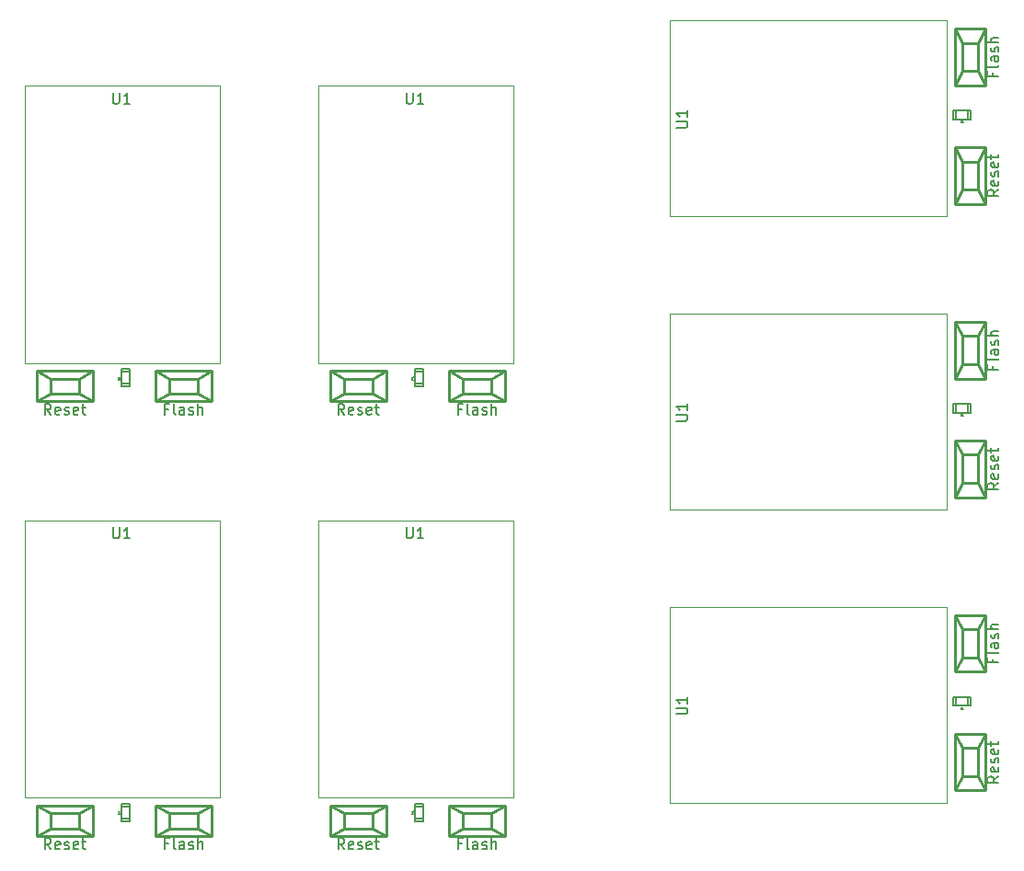
<source format=gto>
G04 #@! TF.GenerationSoftware,KiCad,Pcbnew,no-vcs-found-91ed3e2~59~ubuntu16.04.1*
G04 #@! TF.CreationDate,2018-01-11T15:10:50+01:00*
G04 #@! TF.ProjectId,ESP32-wroover-adapter-pan,45535033322D77726F6F7665722D6164,rev?*
G04 #@! TF.SameCoordinates,Original*
G04 #@! TF.FileFunction,Legend,Top*
G04 #@! TF.FilePolarity,Positive*
%FSLAX46Y46*%
G04 Gerber Fmt 4.6, Leading zero omitted, Abs format (unit mm)*
G04 Created by KiCad (PCBNEW no-vcs-found-91ed3e2~59~ubuntu16.04.1) date Thu Jan 11 15:10:50 2018*
%MOMM*%
%LPD*%
G01*
G04 APERTURE LIST*
%ADD10C,0.200000*%
%ADD11C,0.050000*%
%ADD12C,0.254000*%
%ADD13C,0.127000*%
%ADD14C,0.150000*%
%ADD15C,0.040640*%
G04 APERTURE END LIST*
D10*
X145428571Y-75952571D02*
X145428571Y-76285904D01*
X145952380Y-76285904D02*
X144952380Y-76285904D01*
X144952380Y-75809714D01*
X145952380Y-75285904D02*
X145904761Y-75381142D01*
X145809523Y-75428761D01*
X144952380Y-75428761D01*
X145952380Y-74476380D02*
X145428571Y-74476380D01*
X145333333Y-74524000D01*
X145285714Y-74619238D01*
X145285714Y-74809714D01*
X145333333Y-74904952D01*
X145904761Y-74476380D02*
X145952380Y-74571619D01*
X145952380Y-74809714D01*
X145904761Y-74904952D01*
X145809523Y-74952571D01*
X145714285Y-74952571D01*
X145619047Y-74904952D01*
X145571428Y-74809714D01*
X145571428Y-74571619D01*
X145523809Y-74476380D01*
X145904761Y-74047809D02*
X145952380Y-73952571D01*
X145952380Y-73762095D01*
X145904761Y-73666857D01*
X145809523Y-73619238D01*
X145761904Y-73619238D01*
X145666666Y-73666857D01*
X145619047Y-73762095D01*
X145619047Y-73904952D01*
X145571428Y-74000190D01*
X145476190Y-74047809D01*
X145428571Y-74047809D01*
X145333333Y-74000190D01*
X145285714Y-73904952D01*
X145285714Y-73762095D01*
X145333333Y-73666857D01*
X145952380Y-73190666D02*
X144952380Y-73190666D01*
X145952380Y-72762095D02*
X145428571Y-72762095D01*
X145333333Y-72809714D01*
X145285714Y-72904952D01*
X145285714Y-73047809D01*
X145333333Y-73143047D01*
X145380952Y-73190666D01*
X145952380Y-86738095D02*
X145476190Y-87071428D01*
X145952380Y-87309523D02*
X144952380Y-87309523D01*
X144952380Y-86928571D01*
X145000000Y-86833333D01*
X145047619Y-86785714D01*
X145142857Y-86738095D01*
X145285714Y-86738095D01*
X145380952Y-86785714D01*
X145428571Y-86833333D01*
X145476190Y-86928571D01*
X145476190Y-87309523D01*
X145904761Y-85928571D02*
X145952380Y-86023809D01*
X145952380Y-86214285D01*
X145904761Y-86309523D01*
X145809523Y-86357142D01*
X145428571Y-86357142D01*
X145333333Y-86309523D01*
X145285714Y-86214285D01*
X145285714Y-86023809D01*
X145333333Y-85928571D01*
X145428571Y-85880952D01*
X145523809Y-85880952D01*
X145619047Y-86357142D01*
X145904761Y-85500000D02*
X145952380Y-85404761D01*
X145952380Y-85214285D01*
X145904761Y-85119047D01*
X145809523Y-85071428D01*
X145761904Y-85071428D01*
X145666666Y-85119047D01*
X145619047Y-85214285D01*
X145619047Y-85357142D01*
X145571428Y-85452380D01*
X145476190Y-85500000D01*
X145428571Y-85500000D01*
X145333333Y-85452380D01*
X145285714Y-85357142D01*
X145285714Y-85214285D01*
X145333333Y-85119047D01*
X145904761Y-84261904D02*
X145952380Y-84357142D01*
X145952380Y-84547619D01*
X145904761Y-84642857D01*
X145809523Y-84690476D01*
X145428571Y-84690476D01*
X145333333Y-84642857D01*
X145285714Y-84547619D01*
X145285714Y-84357142D01*
X145333333Y-84261904D01*
X145428571Y-84214285D01*
X145523809Y-84214285D01*
X145619047Y-84690476D01*
X145285714Y-83928571D02*
X145285714Y-83547619D01*
X144952380Y-83785714D02*
X145809523Y-83785714D01*
X145904761Y-83738095D01*
X145952380Y-83642857D01*
X145952380Y-83547619D01*
X145952380Y-113738095D02*
X145476190Y-114071428D01*
X145952380Y-114309523D02*
X144952380Y-114309523D01*
X144952380Y-113928571D01*
X145000000Y-113833333D01*
X145047619Y-113785714D01*
X145142857Y-113738095D01*
X145285714Y-113738095D01*
X145380952Y-113785714D01*
X145428571Y-113833333D01*
X145476190Y-113928571D01*
X145476190Y-114309523D01*
X145904761Y-112928571D02*
X145952380Y-113023809D01*
X145952380Y-113214285D01*
X145904761Y-113309523D01*
X145809523Y-113357142D01*
X145428571Y-113357142D01*
X145333333Y-113309523D01*
X145285714Y-113214285D01*
X145285714Y-113023809D01*
X145333333Y-112928571D01*
X145428571Y-112880952D01*
X145523809Y-112880952D01*
X145619047Y-113357142D01*
X145904761Y-112500000D02*
X145952380Y-112404761D01*
X145952380Y-112214285D01*
X145904761Y-112119047D01*
X145809523Y-112071428D01*
X145761904Y-112071428D01*
X145666666Y-112119047D01*
X145619047Y-112214285D01*
X145619047Y-112357142D01*
X145571428Y-112452380D01*
X145476190Y-112500000D01*
X145428571Y-112500000D01*
X145333333Y-112452380D01*
X145285714Y-112357142D01*
X145285714Y-112214285D01*
X145333333Y-112119047D01*
X145904761Y-111261904D02*
X145952380Y-111357142D01*
X145952380Y-111547619D01*
X145904761Y-111642857D01*
X145809523Y-111690476D01*
X145428571Y-111690476D01*
X145333333Y-111642857D01*
X145285714Y-111547619D01*
X145285714Y-111357142D01*
X145333333Y-111261904D01*
X145428571Y-111214285D01*
X145523809Y-111214285D01*
X145619047Y-111690476D01*
X145285714Y-110928571D02*
X145285714Y-110547619D01*
X144952380Y-110785714D02*
X145809523Y-110785714D01*
X145904761Y-110738095D01*
X145952380Y-110642857D01*
X145952380Y-110547619D01*
X145428571Y-102952571D02*
X145428571Y-103285904D01*
X145952380Y-103285904D02*
X144952380Y-103285904D01*
X144952380Y-102809714D01*
X145952380Y-102285904D02*
X145904761Y-102381142D01*
X145809523Y-102428761D01*
X144952380Y-102428761D01*
X145952380Y-101476380D02*
X145428571Y-101476380D01*
X145333333Y-101524000D01*
X145285714Y-101619238D01*
X145285714Y-101809714D01*
X145333333Y-101904952D01*
X145904761Y-101476380D02*
X145952380Y-101571619D01*
X145952380Y-101809714D01*
X145904761Y-101904952D01*
X145809523Y-101952571D01*
X145714285Y-101952571D01*
X145619047Y-101904952D01*
X145571428Y-101809714D01*
X145571428Y-101571619D01*
X145523809Y-101476380D01*
X145904761Y-101047809D02*
X145952380Y-100952571D01*
X145952380Y-100762095D01*
X145904761Y-100666857D01*
X145809523Y-100619238D01*
X145761904Y-100619238D01*
X145666666Y-100666857D01*
X145619047Y-100762095D01*
X145619047Y-100904952D01*
X145571428Y-101000190D01*
X145476190Y-101047809D01*
X145428571Y-101047809D01*
X145333333Y-101000190D01*
X145285714Y-100904952D01*
X145285714Y-100762095D01*
X145333333Y-100666857D01*
X145952380Y-100190666D02*
X144952380Y-100190666D01*
X145952380Y-99762095D02*
X145428571Y-99762095D01*
X145333333Y-99809714D01*
X145285714Y-99904952D01*
X145285714Y-100047809D01*
X145333333Y-100143047D01*
X145380952Y-100190666D01*
X145428571Y-129952571D02*
X145428571Y-130285904D01*
X145952380Y-130285904D02*
X144952380Y-130285904D01*
X144952380Y-129809714D01*
X145952380Y-129285904D02*
X145904761Y-129381142D01*
X145809523Y-129428761D01*
X144952380Y-129428761D01*
X145952380Y-128476380D02*
X145428571Y-128476380D01*
X145333333Y-128524000D01*
X145285714Y-128619238D01*
X145285714Y-128809714D01*
X145333333Y-128904952D01*
X145904761Y-128476380D02*
X145952380Y-128571619D01*
X145952380Y-128809714D01*
X145904761Y-128904952D01*
X145809523Y-128952571D01*
X145714285Y-128952571D01*
X145619047Y-128904952D01*
X145571428Y-128809714D01*
X145571428Y-128571619D01*
X145523809Y-128476380D01*
X145904761Y-128047809D02*
X145952380Y-127952571D01*
X145952380Y-127762095D01*
X145904761Y-127666857D01*
X145809523Y-127619238D01*
X145761904Y-127619238D01*
X145666666Y-127666857D01*
X145619047Y-127762095D01*
X145619047Y-127904952D01*
X145571428Y-128000190D01*
X145476190Y-128047809D01*
X145428571Y-128047809D01*
X145333333Y-128000190D01*
X145285714Y-127904952D01*
X145285714Y-127762095D01*
X145333333Y-127666857D01*
X145952380Y-127190666D02*
X144952380Y-127190666D01*
X145952380Y-126762095D02*
X145428571Y-126762095D01*
X145333333Y-126809714D01*
X145285714Y-126904952D01*
X145285714Y-127047809D01*
X145333333Y-127143047D01*
X145380952Y-127190666D01*
X145952380Y-140738095D02*
X145476190Y-141071428D01*
X145952380Y-141309523D02*
X144952380Y-141309523D01*
X144952380Y-140928571D01*
X145000000Y-140833333D01*
X145047619Y-140785714D01*
X145142857Y-140738095D01*
X145285714Y-140738095D01*
X145380952Y-140785714D01*
X145428571Y-140833333D01*
X145476190Y-140928571D01*
X145476190Y-141309523D01*
X145904761Y-139928571D02*
X145952380Y-140023809D01*
X145952380Y-140214285D01*
X145904761Y-140309523D01*
X145809523Y-140357142D01*
X145428571Y-140357142D01*
X145333333Y-140309523D01*
X145285714Y-140214285D01*
X145285714Y-140023809D01*
X145333333Y-139928571D01*
X145428571Y-139880952D01*
X145523809Y-139880952D01*
X145619047Y-140357142D01*
X145904761Y-139500000D02*
X145952380Y-139404761D01*
X145952380Y-139214285D01*
X145904761Y-139119047D01*
X145809523Y-139071428D01*
X145761904Y-139071428D01*
X145666666Y-139119047D01*
X145619047Y-139214285D01*
X145619047Y-139357142D01*
X145571428Y-139452380D01*
X145476190Y-139500000D01*
X145428571Y-139500000D01*
X145333333Y-139452380D01*
X145285714Y-139357142D01*
X145285714Y-139214285D01*
X145333333Y-139119047D01*
X145904761Y-138261904D02*
X145952380Y-138357142D01*
X145952380Y-138547619D01*
X145904761Y-138642857D01*
X145809523Y-138690476D01*
X145428571Y-138690476D01*
X145333333Y-138642857D01*
X145285714Y-138547619D01*
X145285714Y-138357142D01*
X145333333Y-138261904D01*
X145428571Y-138214285D01*
X145523809Y-138214285D01*
X145619047Y-138690476D01*
X145285714Y-137928571D02*
X145285714Y-137547619D01*
X144952380Y-137785714D02*
X145809523Y-137785714D01*
X145904761Y-137738095D01*
X145952380Y-137642857D01*
X145952380Y-137547619D01*
X69547428Y-106928571D02*
X69214095Y-106928571D01*
X69214095Y-107452380D02*
X69214095Y-106452380D01*
X69690285Y-106452380D01*
X70214095Y-107452380D02*
X70118857Y-107404761D01*
X70071238Y-107309523D01*
X70071238Y-106452380D01*
X71023619Y-107452380D02*
X71023619Y-106928571D01*
X70976000Y-106833333D01*
X70880761Y-106785714D01*
X70690285Y-106785714D01*
X70595047Y-106833333D01*
X71023619Y-107404761D02*
X70928380Y-107452380D01*
X70690285Y-107452380D01*
X70595047Y-107404761D01*
X70547428Y-107309523D01*
X70547428Y-107214285D01*
X70595047Y-107119047D01*
X70690285Y-107071428D01*
X70928380Y-107071428D01*
X71023619Y-107023809D01*
X71452190Y-107404761D02*
X71547428Y-107452380D01*
X71737904Y-107452380D01*
X71833142Y-107404761D01*
X71880761Y-107309523D01*
X71880761Y-107261904D01*
X71833142Y-107166666D01*
X71737904Y-107119047D01*
X71595047Y-107119047D01*
X71499809Y-107071428D01*
X71452190Y-106976190D01*
X71452190Y-106928571D01*
X71499809Y-106833333D01*
X71595047Y-106785714D01*
X71737904Y-106785714D01*
X71833142Y-106833333D01*
X72309333Y-107452380D02*
X72309333Y-106452380D01*
X72737904Y-107452380D02*
X72737904Y-106928571D01*
X72690285Y-106833333D01*
X72595047Y-106785714D01*
X72452190Y-106785714D01*
X72356952Y-106833333D01*
X72309333Y-106880952D01*
X58761904Y-107452380D02*
X58428571Y-106976190D01*
X58190476Y-107452380D02*
X58190476Y-106452380D01*
X58571428Y-106452380D01*
X58666666Y-106500000D01*
X58714285Y-106547619D01*
X58761904Y-106642857D01*
X58761904Y-106785714D01*
X58714285Y-106880952D01*
X58666666Y-106928571D01*
X58571428Y-106976190D01*
X58190476Y-106976190D01*
X59571428Y-107404761D02*
X59476190Y-107452380D01*
X59285714Y-107452380D01*
X59190476Y-107404761D01*
X59142857Y-107309523D01*
X59142857Y-106928571D01*
X59190476Y-106833333D01*
X59285714Y-106785714D01*
X59476190Y-106785714D01*
X59571428Y-106833333D01*
X59619047Y-106928571D01*
X59619047Y-107023809D01*
X59142857Y-107119047D01*
X60000000Y-107404761D02*
X60095238Y-107452380D01*
X60285714Y-107452380D01*
X60380952Y-107404761D01*
X60428571Y-107309523D01*
X60428571Y-107261904D01*
X60380952Y-107166666D01*
X60285714Y-107119047D01*
X60142857Y-107119047D01*
X60047619Y-107071428D01*
X60000000Y-106976190D01*
X60000000Y-106928571D01*
X60047619Y-106833333D01*
X60142857Y-106785714D01*
X60285714Y-106785714D01*
X60380952Y-106833333D01*
X61238095Y-107404761D02*
X61142857Y-107452380D01*
X60952380Y-107452380D01*
X60857142Y-107404761D01*
X60809523Y-107309523D01*
X60809523Y-106928571D01*
X60857142Y-106833333D01*
X60952380Y-106785714D01*
X61142857Y-106785714D01*
X61238095Y-106833333D01*
X61285714Y-106928571D01*
X61285714Y-107023809D01*
X60809523Y-107119047D01*
X61571428Y-106785714D02*
X61952380Y-106785714D01*
X61714285Y-106452380D02*
X61714285Y-107309523D01*
X61761904Y-107404761D01*
X61857142Y-107452380D01*
X61952380Y-107452380D01*
X85761904Y-107452380D02*
X85428571Y-106976190D01*
X85190476Y-107452380D02*
X85190476Y-106452380D01*
X85571428Y-106452380D01*
X85666666Y-106500000D01*
X85714285Y-106547619D01*
X85761904Y-106642857D01*
X85761904Y-106785714D01*
X85714285Y-106880952D01*
X85666666Y-106928571D01*
X85571428Y-106976190D01*
X85190476Y-106976190D01*
X86571428Y-107404761D02*
X86476190Y-107452380D01*
X86285714Y-107452380D01*
X86190476Y-107404761D01*
X86142857Y-107309523D01*
X86142857Y-106928571D01*
X86190476Y-106833333D01*
X86285714Y-106785714D01*
X86476190Y-106785714D01*
X86571428Y-106833333D01*
X86619047Y-106928571D01*
X86619047Y-107023809D01*
X86142857Y-107119047D01*
X87000000Y-107404761D02*
X87095238Y-107452380D01*
X87285714Y-107452380D01*
X87380952Y-107404761D01*
X87428571Y-107309523D01*
X87428571Y-107261904D01*
X87380952Y-107166666D01*
X87285714Y-107119047D01*
X87142857Y-107119047D01*
X87047619Y-107071428D01*
X87000000Y-106976190D01*
X87000000Y-106928571D01*
X87047619Y-106833333D01*
X87142857Y-106785714D01*
X87285714Y-106785714D01*
X87380952Y-106833333D01*
X88238095Y-107404761D02*
X88142857Y-107452380D01*
X87952380Y-107452380D01*
X87857142Y-107404761D01*
X87809523Y-107309523D01*
X87809523Y-106928571D01*
X87857142Y-106833333D01*
X87952380Y-106785714D01*
X88142857Y-106785714D01*
X88238095Y-106833333D01*
X88285714Y-106928571D01*
X88285714Y-107023809D01*
X87809523Y-107119047D01*
X88571428Y-106785714D02*
X88952380Y-106785714D01*
X88714285Y-106452380D02*
X88714285Y-107309523D01*
X88761904Y-107404761D01*
X88857142Y-107452380D01*
X88952380Y-107452380D01*
X96547428Y-106928571D02*
X96214095Y-106928571D01*
X96214095Y-107452380D02*
X96214095Y-106452380D01*
X96690285Y-106452380D01*
X97214095Y-107452380D02*
X97118857Y-107404761D01*
X97071238Y-107309523D01*
X97071238Y-106452380D01*
X98023619Y-107452380D02*
X98023619Y-106928571D01*
X97976000Y-106833333D01*
X97880761Y-106785714D01*
X97690285Y-106785714D01*
X97595047Y-106833333D01*
X98023619Y-107404761D02*
X97928380Y-107452380D01*
X97690285Y-107452380D01*
X97595047Y-107404761D01*
X97547428Y-107309523D01*
X97547428Y-107214285D01*
X97595047Y-107119047D01*
X97690285Y-107071428D01*
X97928380Y-107071428D01*
X98023619Y-107023809D01*
X98452190Y-107404761D02*
X98547428Y-107452380D01*
X98737904Y-107452380D01*
X98833142Y-107404761D01*
X98880761Y-107309523D01*
X98880761Y-107261904D01*
X98833142Y-107166666D01*
X98737904Y-107119047D01*
X98595047Y-107119047D01*
X98499809Y-107071428D01*
X98452190Y-106976190D01*
X98452190Y-106928571D01*
X98499809Y-106833333D01*
X98595047Y-106785714D01*
X98737904Y-106785714D01*
X98833142Y-106833333D01*
X99309333Y-107452380D02*
X99309333Y-106452380D01*
X99737904Y-107452380D02*
X99737904Y-106928571D01*
X99690285Y-106833333D01*
X99595047Y-106785714D01*
X99452190Y-106785714D01*
X99356952Y-106833333D01*
X99309333Y-106880952D01*
X69547428Y-146928571D02*
X69214095Y-146928571D01*
X69214095Y-147452380D02*
X69214095Y-146452380D01*
X69690285Y-146452380D01*
X70214095Y-147452380D02*
X70118857Y-147404761D01*
X70071238Y-147309523D01*
X70071238Y-146452380D01*
X71023619Y-147452380D02*
X71023619Y-146928571D01*
X70976000Y-146833333D01*
X70880761Y-146785714D01*
X70690285Y-146785714D01*
X70595047Y-146833333D01*
X71023619Y-147404761D02*
X70928380Y-147452380D01*
X70690285Y-147452380D01*
X70595047Y-147404761D01*
X70547428Y-147309523D01*
X70547428Y-147214285D01*
X70595047Y-147119047D01*
X70690285Y-147071428D01*
X70928380Y-147071428D01*
X71023619Y-147023809D01*
X71452190Y-147404761D02*
X71547428Y-147452380D01*
X71737904Y-147452380D01*
X71833142Y-147404761D01*
X71880761Y-147309523D01*
X71880761Y-147261904D01*
X71833142Y-147166666D01*
X71737904Y-147119047D01*
X71595047Y-147119047D01*
X71499809Y-147071428D01*
X71452190Y-146976190D01*
X71452190Y-146928571D01*
X71499809Y-146833333D01*
X71595047Y-146785714D01*
X71737904Y-146785714D01*
X71833142Y-146833333D01*
X72309333Y-147452380D02*
X72309333Y-146452380D01*
X72737904Y-147452380D02*
X72737904Y-146928571D01*
X72690285Y-146833333D01*
X72595047Y-146785714D01*
X72452190Y-146785714D01*
X72356952Y-146833333D01*
X72309333Y-146880952D01*
X58761904Y-147452380D02*
X58428571Y-146976190D01*
X58190476Y-147452380D02*
X58190476Y-146452380D01*
X58571428Y-146452380D01*
X58666666Y-146500000D01*
X58714285Y-146547619D01*
X58761904Y-146642857D01*
X58761904Y-146785714D01*
X58714285Y-146880952D01*
X58666666Y-146928571D01*
X58571428Y-146976190D01*
X58190476Y-146976190D01*
X59571428Y-147404761D02*
X59476190Y-147452380D01*
X59285714Y-147452380D01*
X59190476Y-147404761D01*
X59142857Y-147309523D01*
X59142857Y-146928571D01*
X59190476Y-146833333D01*
X59285714Y-146785714D01*
X59476190Y-146785714D01*
X59571428Y-146833333D01*
X59619047Y-146928571D01*
X59619047Y-147023809D01*
X59142857Y-147119047D01*
X60000000Y-147404761D02*
X60095238Y-147452380D01*
X60285714Y-147452380D01*
X60380952Y-147404761D01*
X60428571Y-147309523D01*
X60428571Y-147261904D01*
X60380952Y-147166666D01*
X60285714Y-147119047D01*
X60142857Y-147119047D01*
X60047619Y-147071428D01*
X60000000Y-146976190D01*
X60000000Y-146928571D01*
X60047619Y-146833333D01*
X60142857Y-146785714D01*
X60285714Y-146785714D01*
X60380952Y-146833333D01*
X61238095Y-147404761D02*
X61142857Y-147452380D01*
X60952380Y-147452380D01*
X60857142Y-147404761D01*
X60809523Y-147309523D01*
X60809523Y-146928571D01*
X60857142Y-146833333D01*
X60952380Y-146785714D01*
X61142857Y-146785714D01*
X61238095Y-146833333D01*
X61285714Y-146928571D01*
X61285714Y-147023809D01*
X60809523Y-147119047D01*
X61571428Y-146785714D02*
X61952380Y-146785714D01*
X61714285Y-146452380D02*
X61714285Y-147309523D01*
X61761904Y-147404761D01*
X61857142Y-147452380D01*
X61952380Y-147452380D01*
X85761904Y-147452380D02*
X85428571Y-146976190D01*
X85190476Y-147452380D02*
X85190476Y-146452380D01*
X85571428Y-146452380D01*
X85666666Y-146500000D01*
X85714285Y-146547619D01*
X85761904Y-146642857D01*
X85761904Y-146785714D01*
X85714285Y-146880952D01*
X85666666Y-146928571D01*
X85571428Y-146976190D01*
X85190476Y-146976190D01*
X86571428Y-147404761D02*
X86476190Y-147452380D01*
X86285714Y-147452380D01*
X86190476Y-147404761D01*
X86142857Y-147309523D01*
X86142857Y-146928571D01*
X86190476Y-146833333D01*
X86285714Y-146785714D01*
X86476190Y-146785714D01*
X86571428Y-146833333D01*
X86619047Y-146928571D01*
X86619047Y-147023809D01*
X86142857Y-147119047D01*
X87000000Y-147404761D02*
X87095238Y-147452380D01*
X87285714Y-147452380D01*
X87380952Y-147404761D01*
X87428571Y-147309523D01*
X87428571Y-147261904D01*
X87380952Y-147166666D01*
X87285714Y-147119047D01*
X87142857Y-147119047D01*
X87047619Y-147071428D01*
X87000000Y-146976190D01*
X87000000Y-146928571D01*
X87047619Y-146833333D01*
X87142857Y-146785714D01*
X87285714Y-146785714D01*
X87380952Y-146833333D01*
X88238095Y-147404761D02*
X88142857Y-147452380D01*
X87952380Y-147452380D01*
X87857142Y-147404761D01*
X87809523Y-147309523D01*
X87809523Y-146928571D01*
X87857142Y-146833333D01*
X87952380Y-146785714D01*
X88142857Y-146785714D01*
X88238095Y-146833333D01*
X88285714Y-146928571D01*
X88285714Y-147023809D01*
X87809523Y-147119047D01*
X88571428Y-146785714D02*
X88952380Y-146785714D01*
X88714285Y-146452380D02*
X88714285Y-147309523D01*
X88761904Y-147404761D01*
X88857142Y-147452380D01*
X88952380Y-147452380D01*
X96547428Y-146928571D02*
X96214095Y-146928571D01*
X96214095Y-147452380D02*
X96214095Y-146452380D01*
X96690285Y-146452380D01*
X97214095Y-147452380D02*
X97118857Y-147404761D01*
X97071238Y-147309523D01*
X97071238Y-146452380D01*
X98023619Y-147452380D02*
X98023619Y-146928571D01*
X97976000Y-146833333D01*
X97880761Y-146785714D01*
X97690285Y-146785714D01*
X97595047Y-146833333D01*
X98023619Y-147404761D02*
X97928380Y-147452380D01*
X97690285Y-147452380D01*
X97595047Y-147404761D01*
X97547428Y-147309523D01*
X97547428Y-147214285D01*
X97595047Y-147119047D01*
X97690285Y-147071428D01*
X97928380Y-147071428D01*
X98023619Y-147023809D01*
X98452190Y-147404761D02*
X98547428Y-147452380D01*
X98737904Y-147452380D01*
X98833142Y-147404761D01*
X98880761Y-147309523D01*
X98880761Y-147261904D01*
X98833142Y-147166666D01*
X98737904Y-147119047D01*
X98595047Y-147119047D01*
X98499809Y-147071428D01*
X98452190Y-146976190D01*
X98452190Y-146928571D01*
X98499809Y-146833333D01*
X98595047Y-146785714D01*
X98737904Y-146785714D01*
X98833142Y-146833333D01*
X99309333Y-147452380D02*
X99309333Y-146452380D01*
X99737904Y-147452380D02*
X99737904Y-146928571D01*
X99690285Y-146833333D01*
X99595047Y-146785714D01*
X99452190Y-146785714D01*
X99356952Y-146833333D01*
X99309333Y-146880952D01*
D11*
X141206000Y-89161000D02*
X115676000Y-89161000D01*
X115676000Y-89161000D02*
X115676000Y-71161000D01*
X115676000Y-71161000D02*
X141206000Y-71161000D01*
X141206000Y-71161000D02*
X141206000Y-89161000D01*
D12*
X144035040Y-86746480D02*
X142632960Y-86746480D01*
X144035040Y-84145520D02*
X144035040Y-86746480D01*
X142632960Y-84145520D02*
X144035040Y-84145520D01*
X142632960Y-86746480D02*
X142632960Y-84145520D01*
X144733540Y-88046960D02*
X141934460Y-88046960D01*
X144733540Y-82845040D02*
X144733540Y-88046960D01*
X141934460Y-82845040D02*
X144733540Y-82845040D01*
X141934460Y-88046960D02*
X141934460Y-82845040D01*
X141934460Y-88046960D02*
X142632960Y-86746480D01*
X144035040Y-86746480D02*
X144733540Y-88046960D01*
X144035040Y-84145520D02*
X144733540Y-82845040D01*
X142632960Y-84145520D02*
X141934460Y-82845040D01*
X144035040Y-75824480D02*
X142632960Y-75824480D01*
X144035040Y-73223520D02*
X144035040Y-75824480D01*
X142632960Y-73223520D02*
X144035040Y-73223520D01*
X142632960Y-75824480D02*
X142632960Y-73223520D01*
X144733540Y-77124960D02*
X141934460Y-77124960D01*
X144733540Y-71923040D02*
X144733540Y-77124960D01*
X141934460Y-71923040D02*
X144733540Y-71923040D01*
X141934460Y-77124960D02*
X141934460Y-71923040D01*
X141934460Y-77124960D02*
X142632960Y-75824480D01*
X144035040Y-75824480D02*
X144733540Y-77124960D01*
X144035040Y-73223520D02*
X144733540Y-71923040D01*
X142632960Y-73223520D02*
X141934460Y-71923040D01*
D13*
X142013200Y-79451600D02*
X142013200Y-80264400D01*
X143130800Y-80239000D02*
X143130800Y-79451600D01*
X143384800Y-80264400D02*
X141759200Y-80264400D01*
X141759200Y-80264400D02*
X141759200Y-79451600D01*
X141759200Y-79451600D02*
X143384800Y-79451600D01*
X143384800Y-79451600D02*
X143384800Y-80264400D01*
X143384800Y-106451600D02*
X143384800Y-107264400D01*
X141759200Y-106451600D02*
X143384800Y-106451600D01*
X141759200Y-107264400D02*
X141759200Y-106451600D01*
X143384800Y-107264400D02*
X141759200Y-107264400D01*
X143130800Y-107239000D02*
X143130800Y-106451600D01*
X142013200Y-106451600D02*
X142013200Y-107264400D01*
D12*
X142632960Y-100223520D02*
X141934460Y-98923040D01*
X144035040Y-100223520D02*
X144733540Y-98923040D01*
X144035040Y-102824480D02*
X144733540Y-104124960D01*
X141934460Y-104124960D02*
X142632960Y-102824480D01*
X141934460Y-104124960D02*
X141934460Y-98923040D01*
X141934460Y-98923040D02*
X144733540Y-98923040D01*
X144733540Y-98923040D02*
X144733540Y-104124960D01*
X144733540Y-104124960D02*
X141934460Y-104124960D01*
X142632960Y-102824480D02*
X142632960Y-100223520D01*
X142632960Y-100223520D02*
X144035040Y-100223520D01*
X144035040Y-100223520D02*
X144035040Y-102824480D01*
X144035040Y-102824480D02*
X142632960Y-102824480D01*
X142632960Y-111145520D02*
X141934460Y-109845040D01*
X144035040Y-111145520D02*
X144733540Y-109845040D01*
X144035040Y-113746480D02*
X144733540Y-115046960D01*
X141934460Y-115046960D02*
X142632960Y-113746480D01*
X141934460Y-115046960D02*
X141934460Y-109845040D01*
X141934460Y-109845040D02*
X144733540Y-109845040D01*
X144733540Y-109845040D02*
X144733540Y-115046960D01*
X144733540Y-115046960D02*
X141934460Y-115046960D01*
X142632960Y-113746480D02*
X142632960Y-111145520D01*
X142632960Y-111145520D02*
X144035040Y-111145520D01*
X144035040Y-111145520D02*
X144035040Y-113746480D01*
X144035040Y-113746480D02*
X142632960Y-113746480D01*
D11*
X141206000Y-98161000D02*
X141206000Y-116161000D01*
X115676000Y-98161000D02*
X141206000Y-98161000D01*
X115676000Y-116161000D02*
X115676000Y-98161000D01*
X141206000Y-116161000D02*
X115676000Y-116161000D01*
X141206000Y-143161000D02*
X115676000Y-143161000D01*
X115676000Y-143161000D02*
X115676000Y-125161000D01*
X115676000Y-125161000D02*
X141206000Y-125161000D01*
X141206000Y-125161000D02*
X141206000Y-143161000D01*
D12*
X144035040Y-140746480D02*
X142632960Y-140746480D01*
X144035040Y-138145520D02*
X144035040Y-140746480D01*
X142632960Y-138145520D02*
X144035040Y-138145520D01*
X142632960Y-140746480D02*
X142632960Y-138145520D01*
X144733540Y-142046960D02*
X141934460Y-142046960D01*
X144733540Y-136845040D02*
X144733540Y-142046960D01*
X141934460Y-136845040D02*
X144733540Y-136845040D01*
X141934460Y-142046960D02*
X141934460Y-136845040D01*
X141934460Y-142046960D02*
X142632960Y-140746480D01*
X144035040Y-140746480D02*
X144733540Y-142046960D01*
X144035040Y-138145520D02*
X144733540Y-136845040D01*
X142632960Y-138145520D02*
X141934460Y-136845040D01*
X144035040Y-129824480D02*
X142632960Y-129824480D01*
X144035040Y-127223520D02*
X144035040Y-129824480D01*
X142632960Y-127223520D02*
X144035040Y-127223520D01*
X142632960Y-129824480D02*
X142632960Y-127223520D01*
X144733540Y-131124960D02*
X141934460Y-131124960D01*
X144733540Y-125923040D02*
X144733540Y-131124960D01*
X141934460Y-125923040D02*
X144733540Y-125923040D01*
X141934460Y-131124960D02*
X141934460Y-125923040D01*
X141934460Y-131124960D02*
X142632960Y-129824480D01*
X144035040Y-129824480D02*
X144733540Y-131124960D01*
X144035040Y-127223520D02*
X144733540Y-125923040D01*
X142632960Y-127223520D02*
X141934460Y-125923040D01*
D13*
X142013200Y-133451600D02*
X142013200Y-134264400D01*
X143130800Y-134239000D02*
X143130800Y-133451600D01*
X143384800Y-134264400D02*
X141759200Y-134264400D01*
X141759200Y-134264400D02*
X141759200Y-133451600D01*
X141759200Y-133451600D02*
X143384800Y-133451600D01*
X143384800Y-133451600D02*
X143384800Y-134264400D01*
D11*
X56339000Y-102706000D02*
X56339000Y-77176000D01*
X56339000Y-77176000D02*
X74339000Y-77176000D01*
X74339000Y-77176000D02*
X74339000Y-102706000D01*
X74339000Y-102706000D02*
X56339000Y-102706000D01*
D12*
X58753520Y-105535040D02*
X58753520Y-104132960D01*
X61354480Y-105535040D02*
X58753520Y-105535040D01*
X61354480Y-104132960D02*
X61354480Y-105535040D01*
X58753520Y-104132960D02*
X61354480Y-104132960D01*
X57453040Y-106233540D02*
X57453040Y-103434460D01*
X62654960Y-106233540D02*
X57453040Y-106233540D01*
X62654960Y-103434460D02*
X62654960Y-106233540D01*
X57453040Y-103434460D02*
X62654960Y-103434460D01*
X57453040Y-103434460D02*
X58753520Y-104132960D01*
X58753520Y-105535040D02*
X57453040Y-106233540D01*
X61354480Y-105535040D02*
X62654960Y-106233540D01*
X61354480Y-104132960D02*
X62654960Y-103434460D01*
X69675520Y-105535040D02*
X69675520Y-104132960D01*
X72276480Y-105535040D02*
X69675520Y-105535040D01*
X72276480Y-104132960D02*
X72276480Y-105535040D01*
X69675520Y-104132960D02*
X72276480Y-104132960D01*
X68375040Y-106233540D02*
X68375040Y-103434460D01*
X73576960Y-106233540D02*
X68375040Y-106233540D01*
X73576960Y-103434460D02*
X73576960Y-106233540D01*
X68375040Y-103434460D02*
X73576960Y-103434460D01*
X68375040Y-103434460D02*
X69675520Y-104132960D01*
X69675520Y-105535040D02*
X68375040Y-106233540D01*
X72276480Y-105535040D02*
X73576960Y-106233540D01*
X72276480Y-104132960D02*
X73576960Y-103434460D01*
D13*
X66048400Y-103513200D02*
X65235600Y-103513200D01*
X65261000Y-104630800D02*
X66048400Y-104630800D01*
X65235600Y-104884800D02*
X65235600Y-103259200D01*
X65235600Y-103259200D02*
X66048400Y-103259200D01*
X66048400Y-103259200D02*
X66048400Y-104884800D01*
X66048400Y-104884800D02*
X65235600Y-104884800D01*
X93048400Y-104884800D02*
X92235600Y-104884800D01*
X93048400Y-103259200D02*
X93048400Y-104884800D01*
X92235600Y-103259200D02*
X93048400Y-103259200D01*
X92235600Y-104884800D02*
X92235600Y-103259200D01*
X92261000Y-104630800D02*
X93048400Y-104630800D01*
X93048400Y-103513200D02*
X92235600Y-103513200D01*
D12*
X99276480Y-104132960D02*
X100576960Y-103434460D01*
X99276480Y-105535040D02*
X100576960Y-106233540D01*
X96675520Y-105535040D02*
X95375040Y-106233540D01*
X95375040Y-103434460D02*
X96675520Y-104132960D01*
X95375040Y-103434460D02*
X100576960Y-103434460D01*
X100576960Y-103434460D02*
X100576960Y-106233540D01*
X100576960Y-106233540D02*
X95375040Y-106233540D01*
X95375040Y-106233540D02*
X95375040Y-103434460D01*
X96675520Y-104132960D02*
X99276480Y-104132960D01*
X99276480Y-104132960D02*
X99276480Y-105535040D01*
X99276480Y-105535040D02*
X96675520Y-105535040D01*
X96675520Y-105535040D02*
X96675520Y-104132960D01*
X88354480Y-104132960D02*
X89654960Y-103434460D01*
X88354480Y-105535040D02*
X89654960Y-106233540D01*
X85753520Y-105535040D02*
X84453040Y-106233540D01*
X84453040Y-103434460D02*
X85753520Y-104132960D01*
X84453040Y-103434460D02*
X89654960Y-103434460D01*
X89654960Y-103434460D02*
X89654960Y-106233540D01*
X89654960Y-106233540D02*
X84453040Y-106233540D01*
X84453040Y-106233540D02*
X84453040Y-103434460D01*
X85753520Y-104132960D02*
X88354480Y-104132960D01*
X88354480Y-104132960D02*
X88354480Y-105535040D01*
X88354480Y-105535040D02*
X85753520Y-105535040D01*
X85753520Y-105535040D02*
X85753520Y-104132960D01*
D11*
X101339000Y-102706000D02*
X83339000Y-102706000D01*
X101339000Y-77176000D02*
X101339000Y-102706000D01*
X83339000Y-77176000D02*
X101339000Y-77176000D01*
X83339000Y-102706000D02*
X83339000Y-77176000D01*
X56339000Y-142706000D02*
X56339000Y-117176000D01*
X56339000Y-117176000D02*
X74339000Y-117176000D01*
X74339000Y-117176000D02*
X74339000Y-142706000D01*
X74339000Y-142706000D02*
X56339000Y-142706000D01*
D12*
X58753520Y-145535040D02*
X58753520Y-144132960D01*
X61354480Y-145535040D02*
X58753520Y-145535040D01*
X61354480Y-144132960D02*
X61354480Y-145535040D01*
X58753520Y-144132960D02*
X61354480Y-144132960D01*
X57453040Y-146233540D02*
X57453040Y-143434460D01*
X62654960Y-146233540D02*
X57453040Y-146233540D01*
X62654960Y-143434460D02*
X62654960Y-146233540D01*
X57453040Y-143434460D02*
X62654960Y-143434460D01*
X57453040Y-143434460D02*
X58753520Y-144132960D01*
X58753520Y-145535040D02*
X57453040Y-146233540D01*
X61354480Y-145535040D02*
X62654960Y-146233540D01*
X61354480Y-144132960D02*
X62654960Y-143434460D01*
X69675520Y-145535040D02*
X69675520Y-144132960D01*
X72276480Y-145535040D02*
X69675520Y-145535040D01*
X72276480Y-144132960D02*
X72276480Y-145535040D01*
X69675520Y-144132960D02*
X72276480Y-144132960D01*
X68375040Y-146233540D02*
X68375040Y-143434460D01*
X73576960Y-146233540D02*
X68375040Y-146233540D01*
X73576960Y-143434460D02*
X73576960Y-146233540D01*
X68375040Y-143434460D02*
X73576960Y-143434460D01*
X68375040Y-143434460D02*
X69675520Y-144132960D01*
X69675520Y-145535040D02*
X68375040Y-146233540D01*
X72276480Y-145535040D02*
X73576960Y-146233540D01*
X72276480Y-144132960D02*
X73576960Y-143434460D01*
D13*
X66048400Y-143513200D02*
X65235600Y-143513200D01*
X65261000Y-144630800D02*
X66048400Y-144630800D01*
X65235600Y-144884800D02*
X65235600Y-143259200D01*
X65235600Y-143259200D02*
X66048400Y-143259200D01*
X66048400Y-143259200D02*
X66048400Y-144884800D01*
X66048400Y-144884800D02*
X65235600Y-144884800D01*
X93048400Y-144884800D02*
X92235600Y-144884800D01*
X93048400Y-143259200D02*
X93048400Y-144884800D01*
X92235600Y-143259200D02*
X93048400Y-143259200D01*
X92235600Y-144884800D02*
X92235600Y-143259200D01*
X92261000Y-144630800D02*
X93048400Y-144630800D01*
X93048400Y-143513200D02*
X92235600Y-143513200D01*
D12*
X99276480Y-144132960D02*
X100576960Y-143434460D01*
X99276480Y-145535040D02*
X100576960Y-146233540D01*
X96675520Y-145535040D02*
X95375040Y-146233540D01*
X95375040Y-143434460D02*
X96675520Y-144132960D01*
X95375040Y-143434460D02*
X100576960Y-143434460D01*
X100576960Y-143434460D02*
X100576960Y-146233540D01*
X100576960Y-146233540D02*
X95375040Y-146233540D01*
X95375040Y-146233540D02*
X95375040Y-143434460D01*
X96675520Y-144132960D02*
X99276480Y-144132960D01*
X99276480Y-144132960D02*
X99276480Y-145535040D01*
X99276480Y-145535040D02*
X96675520Y-145535040D01*
X96675520Y-145535040D02*
X96675520Y-144132960D01*
X88354480Y-144132960D02*
X89654960Y-143434460D01*
X88354480Y-145535040D02*
X89654960Y-146233540D01*
X85753520Y-145535040D02*
X84453040Y-146233540D01*
X84453040Y-143434460D02*
X85753520Y-144132960D01*
X84453040Y-143434460D02*
X89654960Y-143434460D01*
X89654960Y-143434460D02*
X89654960Y-146233540D01*
X89654960Y-146233540D02*
X84453040Y-146233540D01*
X84453040Y-146233540D02*
X84453040Y-143434460D01*
X85753520Y-144132960D02*
X88354480Y-144132960D01*
X88354480Y-144132960D02*
X88354480Y-145535040D01*
X88354480Y-145535040D02*
X85753520Y-145535040D01*
X85753520Y-145535040D02*
X85753520Y-144132960D01*
D11*
X101339000Y-142706000D02*
X83339000Y-142706000D01*
X101339000Y-117176000D02*
X101339000Y-142706000D01*
X83339000Y-117176000D02*
X101339000Y-117176000D01*
X83339000Y-142706000D02*
X83339000Y-117176000D01*
D14*
X116328380Y-81022904D02*
X117137904Y-81022904D01*
X117233142Y-80975285D01*
X117280761Y-80927666D01*
X117328380Y-80832428D01*
X117328380Y-80641952D01*
X117280761Y-80546714D01*
X117233142Y-80499095D01*
X117137904Y-80451476D01*
X116328380Y-80451476D01*
X117328380Y-79451476D02*
X117328380Y-80022904D01*
X117328380Y-79737190D02*
X116328380Y-79737190D01*
X116471238Y-79832428D01*
X116566476Y-79927666D01*
X116614095Y-80022904D01*
D15*
X142538556Y-80558374D02*
X142471670Y-80462822D01*
X142423893Y-80558374D02*
X142423893Y-80357714D01*
X142500335Y-80357714D01*
X142519446Y-80367270D01*
X142529001Y-80376825D01*
X142538556Y-80395935D01*
X142538556Y-80424601D01*
X142529001Y-80443711D01*
X142519446Y-80453267D01*
X142500335Y-80462822D01*
X142423893Y-80462822D01*
X142729661Y-80558374D02*
X142614998Y-80558374D01*
X142672330Y-80558374D02*
X142672330Y-80357714D01*
X142653219Y-80386380D01*
X142634109Y-80405490D01*
X142614998Y-80415046D01*
X142538556Y-107558374D02*
X142471670Y-107462822D01*
X142423893Y-107558374D02*
X142423893Y-107357714D01*
X142500335Y-107357714D01*
X142519446Y-107367270D01*
X142529001Y-107376825D01*
X142538556Y-107395935D01*
X142538556Y-107424601D01*
X142529001Y-107443711D01*
X142519446Y-107453267D01*
X142500335Y-107462822D01*
X142423893Y-107462822D01*
X142729661Y-107558374D02*
X142614998Y-107558374D01*
X142672330Y-107558374D02*
X142672330Y-107357714D01*
X142653219Y-107386380D01*
X142634109Y-107405490D01*
X142614998Y-107415046D01*
D14*
X116328380Y-108022904D02*
X117137904Y-108022904D01*
X117233142Y-107975285D01*
X117280761Y-107927666D01*
X117328380Y-107832428D01*
X117328380Y-107641952D01*
X117280761Y-107546714D01*
X117233142Y-107499095D01*
X117137904Y-107451476D01*
X116328380Y-107451476D01*
X117328380Y-106451476D02*
X117328380Y-107022904D01*
X117328380Y-106737190D02*
X116328380Y-106737190D01*
X116471238Y-106832428D01*
X116566476Y-106927666D01*
X116614095Y-107022904D01*
X116328380Y-135022904D02*
X117137904Y-135022904D01*
X117233142Y-134975285D01*
X117280761Y-134927666D01*
X117328380Y-134832428D01*
X117328380Y-134641952D01*
X117280761Y-134546714D01*
X117233142Y-134499095D01*
X117137904Y-134451476D01*
X116328380Y-134451476D01*
X117328380Y-133451476D02*
X117328380Y-134022904D01*
X117328380Y-133737190D02*
X116328380Y-133737190D01*
X116471238Y-133832428D01*
X116566476Y-133927666D01*
X116614095Y-134022904D01*
D15*
X142538556Y-134558374D02*
X142471670Y-134462822D01*
X142423893Y-134558374D02*
X142423893Y-134357714D01*
X142500335Y-134357714D01*
X142519446Y-134367270D01*
X142529001Y-134376825D01*
X142538556Y-134395935D01*
X142538556Y-134424601D01*
X142529001Y-134443711D01*
X142519446Y-134453267D01*
X142500335Y-134462822D01*
X142423893Y-134462822D01*
X142729661Y-134558374D02*
X142614998Y-134558374D01*
X142672330Y-134558374D02*
X142672330Y-134357714D01*
X142653219Y-134386380D01*
X142634109Y-134405490D01*
X142614998Y-134415046D01*
D14*
X64477095Y-77828380D02*
X64477095Y-78637904D01*
X64524714Y-78733142D01*
X64572333Y-78780761D01*
X64667571Y-78828380D01*
X64858047Y-78828380D01*
X64953285Y-78780761D01*
X65000904Y-78733142D01*
X65048523Y-78637904D01*
X65048523Y-77828380D01*
X66048523Y-78828380D02*
X65477095Y-78828380D01*
X65762809Y-78828380D02*
X65762809Y-77828380D01*
X65667571Y-77971238D01*
X65572333Y-78066476D01*
X65477095Y-78114095D01*
D15*
X65123174Y-104105443D02*
X65027622Y-104172330D01*
X65123174Y-104220106D02*
X64922514Y-104220106D01*
X64922514Y-104143664D01*
X64932070Y-104124553D01*
X64941625Y-104114998D01*
X64960735Y-104105443D01*
X64989401Y-104105443D01*
X65008511Y-104114998D01*
X65018067Y-104124553D01*
X65027622Y-104143664D01*
X65027622Y-104220106D01*
X65123174Y-103914338D02*
X65123174Y-104029001D01*
X65123174Y-103971670D02*
X64922514Y-103971670D01*
X64951180Y-103990780D01*
X64970290Y-104009890D01*
X64979846Y-104029001D01*
X92123174Y-104105443D02*
X92027622Y-104172330D01*
X92123174Y-104220106D02*
X91922514Y-104220106D01*
X91922514Y-104143664D01*
X91932070Y-104124553D01*
X91941625Y-104114998D01*
X91960735Y-104105443D01*
X91989401Y-104105443D01*
X92008511Y-104114998D01*
X92018067Y-104124553D01*
X92027622Y-104143664D01*
X92027622Y-104220106D01*
X92123174Y-103914338D02*
X92123174Y-104029001D01*
X92123174Y-103971670D02*
X91922514Y-103971670D01*
X91951180Y-103990780D01*
X91970290Y-104009890D01*
X91979846Y-104029001D01*
D14*
X91477095Y-77828380D02*
X91477095Y-78637904D01*
X91524714Y-78733142D01*
X91572333Y-78780761D01*
X91667571Y-78828380D01*
X91858047Y-78828380D01*
X91953285Y-78780761D01*
X92000904Y-78733142D01*
X92048523Y-78637904D01*
X92048523Y-77828380D01*
X93048523Y-78828380D02*
X92477095Y-78828380D01*
X92762809Y-78828380D02*
X92762809Y-77828380D01*
X92667571Y-77971238D01*
X92572333Y-78066476D01*
X92477095Y-78114095D01*
X64477095Y-117828380D02*
X64477095Y-118637904D01*
X64524714Y-118733142D01*
X64572333Y-118780761D01*
X64667571Y-118828380D01*
X64858047Y-118828380D01*
X64953285Y-118780761D01*
X65000904Y-118733142D01*
X65048523Y-118637904D01*
X65048523Y-117828380D01*
X66048523Y-118828380D02*
X65477095Y-118828380D01*
X65762809Y-118828380D02*
X65762809Y-117828380D01*
X65667571Y-117971238D01*
X65572333Y-118066476D01*
X65477095Y-118114095D01*
D15*
X65123174Y-144105443D02*
X65027622Y-144172330D01*
X65123174Y-144220106D02*
X64922514Y-144220106D01*
X64922514Y-144143664D01*
X64932070Y-144124553D01*
X64941625Y-144114998D01*
X64960735Y-144105443D01*
X64989401Y-144105443D01*
X65008511Y-144114998D01*
X65018067Y-144124553D01*
X65027622Y-144143664D01*
X65027622Y-144220106D01*
X65123174Y-143914338D02*
X65123174Y-144029001D01*
X65123174Y-143971670D02*
X64922514Y-143971670D01*
X64951180Y-143990780D01*
X64970290Y-144009890D01*
X64979846Y-144029001D01*
X92123174Y-144105443D02*
X92027622Y-144172330D01*
X92123174Y-144220106D02*
X91922514Y-144220106D01*
X91922514Y-144143664D01*
X91932070Y-144124553D01*
X91941625Y-144114998D01*
X91960735Y-144105443D01*
X91989401Y-144105443D01*
X92008511Y-144114998D01*
X92018067Y-144124553D01*
X92027622Y-144143664D01*
X92027622Y-144220106D01*
X92123174Y-143914338D02*
X92123174Y-144029001D01*
X92123174Y-143971670D02*
X91922514Y-143971670D01*
X91951180Y-143990780D01*
X91970290Y-144009890D01*
X91979846Y-144029001D01*
D14*
X91477095Y-117828380D02*
X91477095Y-118637904D01*
X91524714Y-118733142D01*
X91572333Y-118780761D01*
X91667571Y-118828380D01*
X91858047Y-118828380D01*
X91953285Y-118780761D01*
X92000904Y-118733142D01*
X92048523Y-118637904D01*
X92048523Y-117828380D01*
X93048523Y-118828380D02*
X92477095Y-118828380D01*
X92762809Y-118828380D02*
X92762809Y-117828380D01*
X92667571Y-117971238D01*
X92572333Y-118066476D01*
X92477095Y-118114095D01*
M02*

</source>
